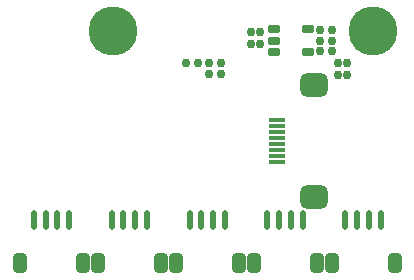
<source format=gts>
G04*
G04 #@! TF.GenerationSoftware,Altium Limited,Altium Designer,22.0.2 (36)*
G04*
G04 Layer_Color=8388736*
%FSLAX25Y25*%
%MOIN*%
G70*
G04*
G04 #@! TF.SameCoordinates,5C43ECB9-E52E-4D68-B8B3-2A23C74EF960*
G04*
G04*
G04 #@! TF.FilePolarity,Negative*
G04*
G01*
G75*
G04:AMPARAMS|DCode=20|XSize=92mil|YSize=78mil|CornerRadius=21mil|HoleSize=0mil|Usage=FLASHONLY|Rotation=0.000|XOffset=0mil|YOffset=0mil|HoleType=Round|Shape=RoundedRectangle|*
%AMROUNDEDRECTD20*
21,1,0.09200,0.03600,0,0,0.0*
21,1,0.05000,0.07800,0,0,0.0*
1,1,0.04200,0.02500,-0.01800*
1,1,0.04200,-0.02500,-0.01800*
1,1,0.04200,-0.02500,0.01800*
1,1,0.04200,0.02500,0.01800*
%
%ADD20ROUNDEDRECTD20*%
G04:AMPARAMS|DCode=21|XSize=45.37mil|YSize=65.06mil|CornerRadius=12.84mil|HoleSize=0mil|Usage=FLASHONLY|Rotation=180.000|XOffset=0mil|YOffset=0mil|HoleType=Round|Shape=RoundedRectangle|*
%AMROUNDEDRECTD21*
21,1,0.04537,0.03937,0,0,180.0*
21,1,0.01968,0.06506,0,0,180.0*
1,1,0.02568,-0.00984,0.01968*
1,1,0.02568,0.00984,0.01968*
1,1,0.02568,0.00984,-0.01968*
1,1,0.02568,-0.00984,-0.01968*
%
%ADD21ROUNDEDRECTD21*%
G04:AMPARAMS|DCode=22|XSize=26mil|YSize=26mil|CornerRadius=8mil|HoleSize=0mil|Usage=FLASHONLY|Rotation=0.000|XOffset=0mil|YOffset=0mil|HoleType=Round|Shape=RoundedRectangle|*
%AMROUNDEDRECTD22*
21,1,0.02600,0.01000,0,0,0.0*
21,1,0.01000,0.02600,0,0,0.0*
1,1,0.01600,0.00500,-0.00500*
1,1,0.01600,-0.00500,-0.00500*
1,1,0.01600,-0.00500,0.00500*
1,1,0.01600,0.00500,0.00500*
%
%ADD22ROUNDEDRECTD22*%
G04:AMPARAMS|DCode=23|XSize=29.62mil|YSize=41mil|CornerRadius=8.91mil|HoleSize=0mil|Usage=FLASHONLY|Rotation=90.000|XOffset=0mil|YOffset=0mil|HoleType=Round|Shape=RoundedRectangle|*
%AMROUNDEDRECTD23*
21,1,0.02962,0.02319,0,0,90.0*
21,1,0.01181,0.04100,0,0,90.0*
1,1,0.01781,0.01159,0.00591*
1,1,0.01781,0.01159,-0.00591*
1,1,0.01781,-0.01159,-0.00591*
1,1,0.01781,-0.01159,0.00591*
%
%ADD23ROUNDEDRECTD23*%
G04:AMPARAMS|DCode=24|XSize=26mil|YSize=26mil|CornerRadius=8mil|HoleSize=0mil|Usage=FLASHONLY|Rotation=270.000|XOffset=0mil|YOffset=0mil|HoleType=Round|Shape=RoundedRectangle|*
%AMROUNDEDRECTD24*
21,1,0.02600,0.01000,0,0,270.0*
21,1,0.01000,0.02600,0,0,270.0*
1,1,0.01600,-0.00500,-0.00500*
1,1,0.01600,-0.00500,0.00500*
1,1,0.01600,0.00500,0.00500*
1,1,0.01600,0.00500,-0.00500*
%
%ADD24ROUNDEDRECTD24*%
G04:AMPARAMS|DCode=25|XSize=56mil|YSize=16mil|CornerRadius=5.5mil|HoleSize=0mil|Usage=FLASHONLY|Rotation=180.000|XOffset=0mil|YOffset=0mil|HoleType=Round|Shape=RoundedRectangle|*
%AMROUNDEDRECTD25*
21,1,0.05600,0.00500,0,0,180.0*
21,1,0.04500,0.01600,0,0,180.0*
1,1,0.01100,-0.02250,0.00250*
1,1,0.01100,0.02250,0.00250*
1,1,0.01100,0.02250,-0.00250*
1,1,0.01100,-0.02250,-0.00250*
%
%ADD25ROUNDEDRECTD25*%
G04:AMPARAMS|DCode=26|XSize=21.75mil|YSize=65.06mil|CornerRadius=6.94mil|HoleSize=0mil|Usage=FLASHONLY|Rotation=0.000|XOffset=0mil|YOffset=0mil|HoleType=Round|Shape=RoundedRectangle|*
%AMROUNDEDRECTD26*
21,1,0.02175,0.05118,0,0,0.0*
21,1,0.00787,0.06506,0,0,0.0*
1,1,0.01387,0.00394,-0.02559*
1,1,0.01387,-0.00394,-0.02559*
1,1,0.01387,-0.00394,0.02559*
1,1,0.01387,0.00394,0.02559*
%
%ADD26ROUNDEDRECTD26*%
%ADD27C,0.16348*%
D20*
X35500Y64563D02*
D03*
Y27437D02*
D03*
D21*
X62366Y5300D02*
D03*
X41429D02*
D03*
X36398D02*
D03*
X15461D02*
D03*
X10429D02*
D03*
X-10508D02*
D03*
X-15539D02*
D03*
X-36476D02*
D03*
X-41508D02*
D03*
X-62445D02*
D03*
D22*
X43500Y72000D02*
D03*
Y68000D02*
D03*
X46500D02*
D03*
Y72000D02*
D03*
X17500Y78500D02*
D03*
Y82500D02*
D03*
X14500Y78500D02*
D03*
Y82500D02*
D03*
D23*
X22095Y75760D02*
D03*
Y79500D02*
D03*
Y83240D02*
D03*
X33494D02*
D03*
Y75760D02*
D03*
D24*
X-7000Y72000D02*
D03*
X-3000D02*
D03*
X4500D02*
D03*
X500D02*
D03*
X4500Y68500D02*
D03*
X500D02*
D03*
X41500Y83000D02*
D03*
X37500D02*
D03*
X41500Y79500D02*
D03*
X37500D02*
D03*
X41500Y76000D02*
D03*
X37500D02*
D03*
D25*
X23100Y52890D02*
D03*
Y50921D02*
D03*
Y48953D02*
D03*
Y46984D02*
D03*
Y45016D02*
D03*
Y43047D02*
D03*
Y41079D02*
D03*
Y39110D02*
D03*
D26*
X57803Y19800D02*
D03*
X53866D02*
D03*
X49929D02*
D03*
X45992D02*
D03*
X31835D02*
D03*
X27898D02*
D03*
X23961D02*
D03*
X20024D02*
D03*
X5866D02*
D03*
X1929D02*
D03*
X-2008D02*
D03*
X-5945D02*
D03*
X-46071D02*
D03*
X-50008D02*
D03*
X-53945D02*
D03*
X-57882D02*
D03*
X-20102D02*
D03*
X-24039D02*
D03*
X-27976D02*
D03*
X-31913D02*
D03*
D27*
X55118Y82677D02*
D03*
X-31496D02*
D03*
M02*

</source>
